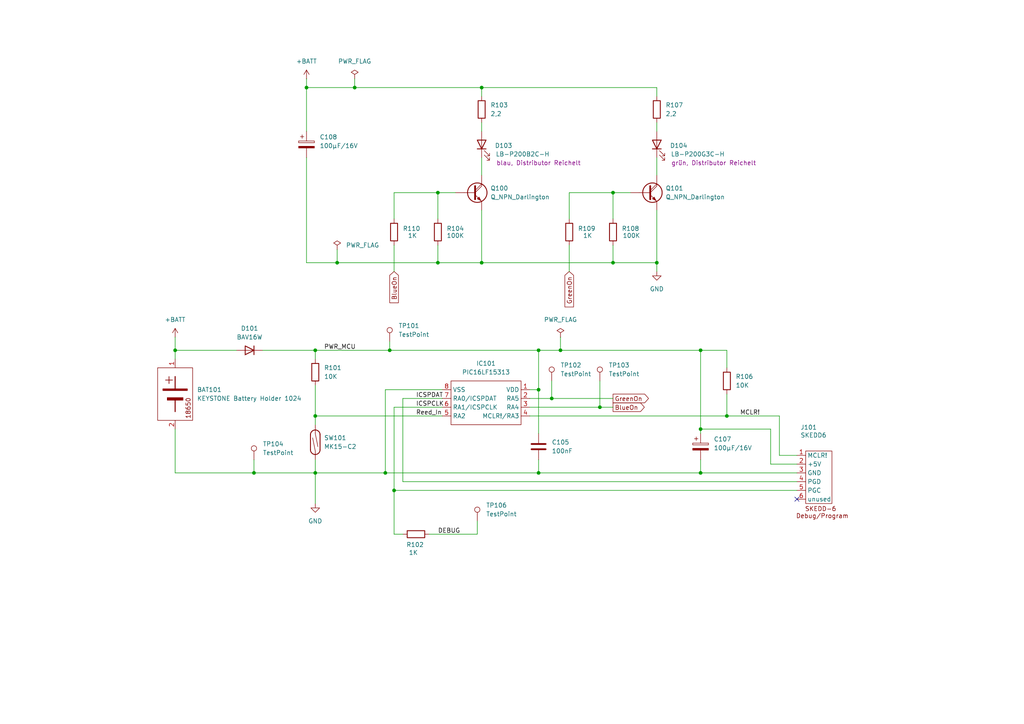
<source format=kicad_sch>
(kicad_sch (version 20250114) (generator "eeschema") (generator_version "9.0")
  (paper "A4")
  (title_block (title "LED Flasher") (date "2024-09-27") (rev "0.0.1") (company "Ingenieurbüro für Elektrotechnik") (comment 1 "Dipl.-Ing. Jürgen Eggeling"))
  (lib_symbols
    (symbol "Connector:TestPoint" (pin_numbers (hide yes)) (pin_names (offset 0.762) (hide yes))
      (property "Reference" "TP" (at 0 6.858 0))
      (property "Value" "TestPoint" (at 0 5.08 0))
      (symbol "TestPoint_0_1"
        (circle (center 0 3.302) (radius 0.762))
      )
      (symbol "TestPoint_1_1"
        (pin passive line (at 0 0 90) (length 2.54) (name "1") (number "1"))
      )
    )
    (symbol "Device:C" (pin_numbers (hide yes)) (pin_names (offset 0.254))
      (property "Reference" "C" (at 0.635 2.54 0))
      (property "Value" "C" (at 0.635 -2.54 0))
      (symbol "C_0_1"
        (polyline (pts (xy -2.032 0.762) (xy 2.032 0.762)) (stroke (width 0.508)))
        (polyline (pts (xy -2.032 -0.762) (xy 2.032 -0.762)) (stroke (width 0.508)))
      )
      (symbol "C_1_1"
        (pin passive line (at 0 3.81 270) (length 2.794) (name "~") (number "1"))
        (pin passive line (at 0 -3.81 90) (length 2.794) (name "~") (number "2"))
      )
    )
    (symbol "Device:C_Polarized" (pin_numbers (hide yes)) (pin_names (offset 0.254))
      (property "Reference" "C" (at 0.635 2.54 0))
      (property "Value" "C_Polarized" (at 0.635 -2.54 0))
      (symbol "C_Polarized_0_1"
        (rectangle (start -2.286 0.508) (end 2.286 1.016))
        (polyline (pts (xy -1.778 2.286) (xy -0.762 2.286)))
        (polyline (pts (xy -1.27 2.794) (xy -1.27 1.778)))
        (rectangle (start 2.286 -0.508) (end -2.286 -1.016) (fill (type outline)))
      )
      (symbol "C_Polarized_1_1"
        (pin passive line (at 0 3.81 270) (length 2.794) (name "~") (number "1"))
        (pin passive line (at 0 -3.81 90) (length 2.794) (name "~") (number "2"))
      )
    )
    (symbol "Device:Q_NPN_Darlington" (pin_numbers (hide yes)) (pin_names (offset 0) (hide yes))
      (property "Reference" "Q100" (at 5.08 1.2701 0))
      (property "Value" "Q_NPN_Darlington" (at 5.08 -1.2699 0))
      (symbol "Q_NPN_Darlington_0_1"
        (polyline (pts (xy -2.54 0) (xy 0.635 0)))
        (polyline (pts (xy 0.635 1.905) (xy 0.635 -1.905)) (stroke (width 0.508)))
        (polyline (pts (xy 0.635 0.635) (xy 2.54 2.54)))
        (polyline (pts (xy 0.635 0) (xy 2.54 1.905) (xy 2.54 2.54)))
        (polyline (pts (xy 0.635 -0.635) (xy 2.54 -2.54)))
        (circle (center 1.27 0) (radius 2.8194) (stroke (width 0.254)))
        (polyline (pts (xy 1.27 -1.778) (xy 1.778 -1.27) (xy 2.286 -2.286) (xy 1.27 -1.778)) (fill (type outline)))
      )
      (symbol "Q_NPN_Darlington_1_1"
        (pin input line (at -5.08 0 0) (length 2.54) (name "B") (number "1"))
        (pin passive line (at 2.54 5.08 270) (length 2.54) (name "C") (number "2"))
        (pin passive line (at 2.54 -5.08 90) (length 2.54) (name "E") (number "3"))
      )
    )
    (symbol "Device:R" (pin_numbers (hide yes)) (pin_names (offset 0))
      (property "Reference" "R" (at 2.032 0 90))
      (property "Value" "R" (at 0 0 90))
      (symbol "R_0_1"
        (rectangle (start -1.016 -2.54) (end 1.016 2.54) (stroke (width 0.254)))
      )
      (symbol "R_1_1"
        (pin passive line (at 0 3.81 270) (length 1.27) (name "~") (number "1"))
        (pin passive line (at 0 -3.81 90) (length 1.27) (name "~") (number "2"))
      )
    )
    (symbol "Diode:BAV16W" (pin_numbers (hide yes)) (pin_names (hide yes))
      (property "Reference" "D" (at 0 2.54 0))
      (property "Value" "BAV16W" (at 0 -2.54 0))
      (symbol "BAV16W_0_1"
        (polyline (pts (xy -1.27 1.27) (xy -1.27 -1.27)) (stroke (width 0.254)))
        (polyline (pts (xy 1.27 1.27) (xy 1.27 -1.27) (xy -1.27 0) (xy 1.27 1.27)) (stroke (width 0.254)))
        (polyline (pts (xy 1.27 0) (xy -1.27 0)))
      )
      (symbol "BAV16W_1_1"
        (pin passive line (at -3.81 0 0) (length 2.54) (name "K") (number "1"))
        (pin passive line (at 3.81 0 180) (length 2.54) (name "A") (number "2"))
      )
    )
    (symbol "LED_1" (pin_numbers (hide yes)) (pin_names (offset 1.016) (hide yes))
      (property "Reference" "D" (at 0 2.54 0))
      (property "Value" "LED" (at 0 -2.54 0))
      (symbol "LED_1_0_1"
        (polyline (pts (xy -3.048 -0.762) (xy -4.572 -2.286) (xy -3.81 -2.286) (xy -4.572 -2.286) (xy -4.572 -1.524)))
        (polyline (pts (xy -1.778 -0.762) (xy -3.302 -2.286) (xy -2.54 -2.286) (xy -3.302 -2.286) (xy -3.302 -1.524)))
        (polyline (pts (xy -1.27 0) (xy 1.27 0)))
        (polyline (pts (xy -1.27 -1.27) (xy -1.27 1.27)) (stroke (width 0.254)))
        (polyline (pts (xy 1.27 -1.27) (xy 1.27 1.27) (xy -1.27 0) (xy 1.27 -1.27)) (stroke (width 0.254)))
      )
      (symbol "LED_1_1_1"
        (pin passive line (at -3.81 0 0) (length 2.54) (name "K") (number "1"))
        (pin passive line (at 3.81 0 180) (length 2.54) (name "A") (number "2"))
      )
    )
    (symbol "MyPIC:PIC16LF15313"
      (property "Reference" "IC" (at -9.398 10.922 0))
      (property "Value" "PIC16LF15313" (at -3.556 8.382 0))
      (symbol "PIC16LF15313_0_1"
        (rectangle (start -10.16 6.35) (end 10.16 -6.35))
      )
      (symbol "PIC16LF15313_1_1"
        (pin power_in line (at -12.7 3.81 0) (length 2.54) (name "VDD") (number "1"))
        (pin bidirectional line (at -12.7 1.27 0) (length 2.54) (name "RA5") (number "2"))
        (pin bidirectional line (at -12.7 -1.27 0) (length 2.54) (name "RA4") (number "3"))
        (pin bidirectional line (at -12.7 -3.81 0) (length 2.54) (name "MCLR!/RA3") (number "4"))
        (pin power_in line (at 12.7 3.81 180) (length 2.54) (name "VSS") (number "8"))
        (pin bidirectional line (at 12.7 1.27 180) (length 2.54) (name "RA0/ICSPDAT") (number "7"))
        (pin bidirectional line (at 12.7 -1.27 180) (length 2.54) (name "RA1/ICSPCLK") (number "6"))
        (pin bidirectional line (at 12.7 -3.81 180) (length 2.54) (name "RA2") (number "5"))
      )
    )
    (symbol "MyPower:KEYSTONE_1042" (pin_names (hide yes))
      (property "Reference" "BAT" (at 4.064 11.938 0))
      (property "Value" "KEYSTONE Battery Holder 1042" (at 12.192 -10.16 90))
      (symbol "KEYSTONE_1042_0_1"
        (rectangle (start -5.08 7.62) (end 5.08 -7.62))
        (rectangle (start -3.556 1.524) (end 3.556 1.016) (fill (type outline)))
        (polyline (pts (xy -2.794 4.064) (xy -0.762 4.064)) (stroke (width 0.2)))
        (rectangle (start -2.286 -1.016) (end 2.286 -1.778) (fill (type outline)))
        (polyline (pts (xy -1.778 5.08) (xy -1.778 3.048)) (stroke (width 0.2)))
        (polyline (pts (xy 0 5.08) (xy 0 1.27)) (stroke (width 0.3)))
        (polyline (pts (xy 0 -5.08) (xy 0 -1.27)) (stroke (width 0.3)))
      )
      (symbol "KEYSTONE_1042_1_1"
        (text "18650" (at 3.81 -4.064 900) (effects (font (size 1.27 1.27))))
        (pin power_in line (at 0 10.16 270) (length 2.54) (name "+") (number "1"))
        (pin power_in line (at 0 -10.16 90) (length 2.54) (name "-") (number "2"))
      )
    )
    (symbol "Q_NPN_Darlington_1" (pin_numbers (hide yes)) (pin_names (offset 0) (hide yes))
      (property "Reference" "Q101" (at 5.08 1.2701 0))
      (property "Value" "Q_NPN_Darlington" (at 5.08 -1.2699 0))
      (symbol "Q_NPN_Darlington_1_0_1"
        (polyline (pts (xy -2.54 0) (xy 0.635 0)))
        (polyline (pts (xy 0.635 1.905) (xy 0.635 -1.905)) (stroke (width 0.508)))
        (polyline (pts (xy 0.635 0.635) (xy 2.54 2.54)))
        (polyline (pts (xy 0.635 0) (xy 2.54 1.905) (xy 2.54 2.54)))
        (polyline (pts (xy 0.635 -0.635) (xy 2.54 -2.54)))
        (circle (center 1.27 0) (radius 2.8194) (stroke (width 0.254)))
        (polyline (pts (xy 1.27 -1.778) (xy 1.778 -1.27) (xy 2.286 -2.286) (xy 1.27 -1.778)) (fill (type outline)))
      )
      (symbol "Q_NPN_Darlington_1_1_1"
        (pin input line (at -5.08 0 0) (length 2.54) (name "B") (number "1"))
        (pin passive line (at 2.54 5.08 270) (length 2.54) (name "C") (number "2"))
        (pin passive line (at 2.54 -5.08 90) (length 2.54) (name "E") (number "3"))
      )
    )
    (symbol "SKEDD:SKEDD-6"
      (property "Reference" "J" (at 3.302 4.064 0))
      (symbol "SKEDD-6_0_1"
        (rectangle (start 2.54 1.27) (end 10.16 -13.97))
      )
      (symbol "SKEDD-6_1_1"
        (text "SKEDD-6 \nDebug/Program" (at 7.366 -16.51 0) (effects (font (size 1.27 1.27))))
        (pin bidirectional line (at 0 0 0) (length 2.54) (name "MCLR!") (number "1"))
        (pin power_in line (at 0 -2.54 0) (length 2.54) (name "+5V") (number "2"))
        (pin power_in line (at 0 -5.08 0) (length 2.54) (name "GND") (number "3"))
        (pin bidirectional line (at 0 -7.62 0) (length 2.54) (name "PGD") (number "4"))
        (pin input line (at 0 -10.16 0) (length 2.54) (name "PGC") (number "5"))
        (pin unspecified line (at 0 -12.7 0) (length 2.54) (name "unused") (number "6"))
      )
    )
    (symbol "Switch:SW_Reed" (pin_numbers (hide yes)) (pin_names (offset 0) (hide yes))
      (property "Reference" "SW" (at 0 2.54 0))
      (property "Value" "SW_Reed" (at 0 -2.54 0))
      (symbol "SW_Reed_0_0"
        (polyline (pts (xy -2.54 0) (xy 1.27 0.762)))
        (polyline (pts (xy -2.159 -1.397) (xy 2.286 -1.397)) (stroke (width 0.254)))
        (arc (start -2.159 -1.397) (mid -3.55 0) (end -2.159 1.397) (stroke (width 0.254)))
        (arc (start 2.159 1.397) (mid 3.55 0) (end 2.159 -1.397) (stroke (width 0.254)))
        (polyline (pts (xy 2.159 1.397) (xy -2.159 1.397)) (stroke (width 0.254)))
        (polyline (pts (xy 2.54 0) (xy -1.27 -0.762)))
      )
      (symbol "SW_Reed_1_1"
        (pin passive line (at -5.08 0 0) (length 2.54) (name "1") (number "1"))
        (pin passive line (at 5.08 0 180) (length 2.54) (name "2") (number "2"))
      )
    )
    (symbol "power:+BATT" (power) (pin_numbers (hide yes)) (pin_names (offset 0) (hide yes))
      (property "Value" "+BATT" (at 0 3.556 0))
      (symbol "+BATT_0_1"
        (polyline (pts (xy -0.762 1.27) (xy 0 2.54)))
        (polyline (pts (xy 0 2.54) (xy 0.762 1.27)))
        (polyline (pts (xy 0 0) (xy 0 2.54)))
      )
      (symbol "+BATT_1_1"
        (pin power_in line (at 0 0 90) (length 0) (name "~") (number "1"))
      )
    )
    (symbol "power:GND" (power) (pin_numbers (hide yes)) (pin_names (offset 0) (hide yes))
      (property "Value" "GND" (at 0 -3.81 0))
      (symbol "GND_0_1"
        (polyline (pts (xy 0 0) (xy 0 -1.27) (xy 1.27 -1.27) (xy 0 -2.54) (xy -1.27 -1.27) (xy 0 -1.27)))
      )
      (symbol "GND_1_1"
        (pin power_in line (at 0 0 270) (length 0) (name "~") (number "1"))
      )
    )
    (symbol "power:PWR_FLAG" (power) (pin_numbers (hide yes)) (pin_names (offset 0) (hide yes))
      (property "Value" "PWR_FLAG" (at 0 3.81 0))
      (symbol "PWR_FLAG_0_0"
        (pin power_out line (at 0 0 90) (length 0) (name "~") (number "1"))
      )
      (symbol "PWR_FLAG_0_1"
        (polyline (pts (xy 0 0) (xy 0 1.27) (xy -1.016 1.905) (xy 0 2.54) (xy 1.016 1.905) (xy 0 1.27)))
      )
    )
  )
  (junction (at 88.9 25.4))
  (junction (at 113.03 101.6))
  (junction (at 127 55.88))
  (junction (at 160.02 115.57))
  (junction (at 111.76 137.16))
  (junction (at 139.7 76.2))
  (junction (at 50.8 101.6))
  (junction (at 203.2 137.16))
  (junction (at 114.3 142.24))
  (junction (at 127 76.2))
  (junction (at 156.21 101.6))
  (junction (at 177.8 55.88))
  (junction (at 73.66 137.16))
  (junction (at 91.44 101.6))
  (junction (at 139.7 25.4))
  (junction (at 190.5 76.2))
  (junction (at 91.44 120.65))
  (junction (at 210.82 120.65))
  (junction (at 203.2 101.6))
  (junction (at 91.44 137.16))
  (junction (at 203.2 124.46))
  (junction (at 173.99 118.11))
  (junction (at 102.87 25.4))
  (junction (at 162.56 101.6))
  (junction (at 177.8 76.2))
  (junction (at 156.21 137.16))
  (junction (at 97.79 76.2))
  (junction (at 156.21 113.03))
  (no_connect (at 231.14 144.78))
  (wire (pts (xy 91.44 137.16) (xy 91.44 146.05)))
  (wire (pts (xy 128.27 113.03) (xy 111.76 113.03)))
  (wire (pts (xy 91.44 133.35) (xy 91.44 137.16)))
  (wire (pts (xy 156.21 133.35) (xy 156.21 137.16)))
  (wire (pts (xy 139.7 35.56) (xy 139.7 38.1)))
  (wire (pts (xy 226.06 120.65) (xy 226.06 132.08)))
  (wire (pts (xy 111.76 113.03) (xy 111.76 137.16)))
  (wire (pts (xy 203.2 124.46) (xy 203.2 125.73)))
  (wire (pts (xy 190.5 76.2) (xy 190.5 78.74)))
  (wire (pts (xy 114.3 142.24) (xy 231.14 142.24)))
  (wire (pts (xy 223.52 124.46) (xy 203.2 124.46)))
  (wire (pts (xy 102.87 22.86) (xy 102.87 25.4)))
  (wire (pts (xy 114.3 142.24) (xy 114.3 118.11)))
  (wire (pts (xy 153.67 115.57) (xy 160.02 115.57)))
  (wire (pts (xy 165.1 71.12) (xy 165.1 78.74)))
  (wire (pts (xy 156.21 113.03) (xy 156.21 125.73)))
  (wire (pts (xy 50.8 124.46) (xy 50.8 137.16)))
  (wire (pts (xy 190.5 35.56) (xy 190.5 38.1)))
  (wire (pts (xy 156.21 101.6) (xy 113.03 101.6)))
  (wire (pts (xy 88.9 25.4) (xy 88.9 38.1)))
  (wire (pts (xy 160.02 115.57) (xy 177.8 115.57)))
  (wire (pts (xy 127 55.88) (xy 127 63.5)))
  (wire (pts (xy 102.87 25.4) (xy 88.9 25.4)))
  (wire (pts (xy 139.7 76.2) (xy 127 76.2)))
  (wire (pts (xy 190.5 45.72) (xy 190.5 50.8)))
  (wire (pts (xy 139.7 60.96) (xy 139.7 76.2)))
  (wire (pts (xy 210.82 101.6) (xy 210.82 106.68)))
  (wire (pts (xy 153.67 120.65) (xy 210.82 120.65)))
  (wire (pts (xy 153.67 118.11) (xy 173.99 118.11)))
  (wire (pts (xy 177.8 55.88) (xy 177.8 63.5)))
  (wire (pts (xy 91.44 137.16) (xy 111.76 137.16)))
  (wire (pts (xy 91.44 101.6) (xy 91.44 104.14)))
  (wire (pts (xy 114.3 142.24) (xy 114.3 154.94)))
  (wire (pts (xy 88.9 45.72) (xy 88.9 76.2)))
  (wire (pts (xy 113.03 101.6) (xy 91.44 101.6)))
  (wire (pts (xy 162.56 97.79) (xy 162.56 101.6)))
  (wire (pts (xy 226.06 132.08) (xy 231.14 132.08)))
  (wire (pts (xy 165.1 55.88) (xy 165.1 63.5)))
  (wire (pts (xy 182.88 55.88) (xy 177.8 55.88)))
  (wire (pts (xy 97.79 76.2) (xy 127 76.2)))
  (wire (pts (xy 173.99 118.11) (xy 177.8 118.11)))
  (wire (pts (xy 190.5 25.4) (xy 190.5 27.94)))
  (wire (pts (xy 116.84 115.57) (xy 116.84 139.7)))
  (wire (pts (xy 97.79 72.39) (xy 97.79 76.2)))
  (wire (pts (xy 127 55.88) (xy 114.3 55.88)))
  (wire (pts (xy 127 76.2) (xy 127 71.12)))
  (wire (pts (xy 139.7 27.94) (xy 139.7 25.4)))
  (wire (pts (xy 153.67 113.03) (xy 156.21 113.03)))
  (wire (pts (xy 177.8 76.2) (xy 139.7 76.2)))
  (wire (pts (xy 160.02 110.49) (xy 160.02 115.57)))
  (wire (pts (xy 177.8 55.88) (xy 165.1 55.88)))
  (wire (pts (xy 73.66 133.35) (xy 73.66 137.16)))
  (wire (pts (xy 203.2 101.6) (xy 210.82 101.6)))
  (wire (pts (xy 190.5 76.2) (xy 177.8 76.2)))
  (wire (pts (xy 162.56 101.6) (xy 203.2 101.6)))
  (wire (pts (xy 139.7 25.4) (xy 190.5 25.4)))
  (wire (pts (xy 114.3 71.12) (xy 114.3 78.74)))
  (wire (pts (xy 177.8 71.12) (xy 177.8 76.2)))
  (wire (pts (xy 203.2 124.46) (xy 203.2 101.6)))
  (wire (pts (xy 50.8 101.6) (xy 50.8 104.14)))
  (wire (pts (xy 76.2 101.6) (xy 91.44 101.6)))
  (wire (pts (xy 91.44 111.76) (xy 91.44 120.65)))
  (wire (pts (xy 91.44 120.65) (xy 128.27 120.65)))
  (wire (pts (xy 190.5 60.96) (xy 190.5 76.2)))
  (wire (pts (xy 156.21 137.16) (xy 203.2 137.16)))
  (wire (pts (xy 128.27 115.57) (xy 116.84 115.57)))
  (wire (pts (xy 116.84 139.7) (xy 231.14 139.7)))
  (wire (pts (xy 210.82 120.65) (xy 226.06 120.65)))
  (wire (pts (xy 68.58 101.6) (xy 50.8 101.6)))
  (wire (pts (xy 132.08 55.88) (xy 127 55.88)))
  (wire (pts (xy 114.3 55.88) (xy 114.3 63.5)))
  (wire (pts (xy 210.82 114.3) (xy 210.82 120.65)))
  (wire (pts (xy 124.46 154.94) (xy 138.43 154.94)))
  (wire (pts (xy 139.7 45.72) (xy 139.7 50.8)))
  (wire (pts (xy 223.52 134.62) (xy 223.52 124.46)))
  (wire (pts (xy 231.14 134.62) (xy 223.52 134.62)))
  (wire (pts (xy 203.2 137.16) (xy 231.14 137.16)))
  (wire (pts (xy 203.2 133.35) (xy 203.2 137.16)))
  (wire (pts (xy 73.66 137.16) (xy 50.8 137.16)))
  (wire (pts (xy 173.99 110.49) (xy 173.99 118.11)))
  (wire (pts (xy 113.03 99.06) (xy 113.03 101.6)))
  (wire (pts (xy 156.21 101.6) (xy 162.56 101.6)))
  (wire (pts (xy 88.9 76.2) (xy 97.79 76.2)))
  (wire (pts (xy 50.8 97.79) (xy 50.8 101.6)))
  (wire (pts (xy 111.76 137.16) (xy 156.21 137.16)))
  (wire (pts (xy 138.43 151.13) (xy 138.43 154.94)))
  (wire (pts (xy 102.87 25.4) (xy 139.7 25.4)))
  (wire (pts (xy 91.44 137.16) (xy 73.66 137.16)))
  (wire (pts (xy 114.3 118.11) (xy 128.27 118.11)))
  (wire (pts (xy 156.21 113.03) (xy 156.21 101.6)))
  (wire (pts (xy 91.44 120.65) (xy 91.44 123.19)))
  (wire (pts (xy 114.3 154.94) (xy 116.84 154.94)))
  (wire (pts (xy 88.9 22.86) (xy 88.9 25.4)))
  (label "ICSPCLK" (at 120.65 118.11 0))
  (label "Reed_In" (at 120.65 120.65 0))
  (label "ICSPDAT" (at 120.65 115.57 0))
  (label "PWR_MCU" (at 93.98 101.6 0))
  (label "MCLR!" (at 214.63 120.65 0))
  (label "DEBUG" (at 127 154.94 0))
  (global_label "BlueOn" (shape input) (at 114.3 78.74 270) (property "Intersheetrefs" "${INTERSHEET_REFS}" (effects (hide yes))))
  (global_label "GreenOn" (shape input) (at 165.1 78.74 270) (property "Intersheetrefs" "${INTERSHEET_REFS}" (effects (hide yes))))
  (global_label "GreenOn" (shape output) (at 177.8 115.57 0) (property "Intersheetrefs" "${INTERSHEET_REFS}" (effects (hide yes))))
  (global_label "BlueOn" (shape output) (at 177.8 118.11 0) (property "Intersheetrefs" "${INTERSHEET_REFS}" (effects (hide yes))))
  (symbol (lib_id "power:PWR_FLAG") (at 97.79 72.39 0) (unit 1)
    (property "Reference" "#FLG0101" (effects (hide yes)))
    (property "Value" "PWR_FLAG" (at 100.33 71.1199 0) (effects (justify left)))
    (property "Description" "Special symbol for telling ERC where power comes from" (effects (hide yes)))
  )
  (symbol (lib_id "Device:R") (at 120.65 154.94 90) (unit 1)
    (property "Reference" "R102" (at 120.396 157.988 90))
    (property "Value" "1K" (at 119.888 160.274 90))
    (property "Footprint" "Resistor_SMD:R_0805_2012Metric_Pad1.20x1.40mm_HandSolder" (effects (hide yes)))
    (property "Description" "Resistor" (effects (hide yes)))
  )
  (symbol (lib_id "Device:R") (at 210.82 110.49 0) (unit 1)
    (property "Reference" "R106" (at 213.36 109.2199 0) (effects (justify left)))
    (property "Value" "10K" (at 213.36 111.7599 0) (effects (justify left)))
    (property "Footprint" "Resistor_SMD:R_0805_2012Metric_Pad1.20x1.40mm_HandSolder" (effects (hide yes)))
    (property "Description" "Resistor" (effects (hide yes)))
  )
  (symbol (lib_id "Device:C_Polarized") (at 88.9 41.91 0) (unit 1)
    (property "Reference" "C108" (at 92.71 39.7509 0) (effects (justify left)))
    (property "Value" "100µF/16V" (at 92.71 42.2909 0) (effects (justify left)))
    (property "Footprint" "Capacitor_SMD:CP_Elec_6.3x5.8" (effects (hide yes)))
    (property "Description" "Polarized capacitor" (effects (hide yes)))
  )
  (symbol (lib_id "Device:R") (at 190.5 31.75 0) (unit 1)
    (property "Reference" "R107" (at 193.04 30.4799 0) (effects (justify left)))
    (property "Value" "2,2" (at 193.04 33.0199 0) (effects (justify left)))
    (property "Footprint" "Resistor_SMD:R_1206_3216Metric_Pad1.30x1.75mm_HandSolder" (effects (hide yes)))
    (property "Description" "Resistor" (effects (hide yes)))
  )
  (symbol (lib_id "power:+BATT") (at 88.9 22.86 0) (unit 1)
    (property "Reference" "#PWR0101" (effects (hide yes)))
    (property "Value" "+BATT" (at 88.9 17.78 0))
    (property "Description" "Power symbol creates a global label with name \"+BATT\"" (effects (hide yes)))
  )
  (symbol (lib_id "Connector:TestPoint") (at 173.99 110.49 0) (unit 1)
    (property "Reference" "TP103" (at 176.53 105.9179 0) (effects (justify left)))
    (property "Value" "TestPoint" (at 176.53 108.4579 0) (effects (justify left)))
    (property "Footprint" "TestPoint:TestPoint_Pad_D1.5mm" (effects (hide yes)))
    (property "Description" "test point" (effects (hide yes)))
  )
  (symbol (lib_id "MyPIC:PIC16LF15313") (at 140.97 116.84 0) (mirror y) (unit 1)
    (property "Reference" "IC101" (at 140.97 105.41 0))
    (property "Value" "PIC16LF15313" (at 140.97 107.95 0))
    (property "Footprint" "Package_SO:SSOP-8_3.9x5.05mm_P1.27mm" (effects (hide yes)))
  )
  (symbol (lib_id "Connector:TestPoint") (at 113.03 99.06 0) (unit 1)
    (property "Reference" "TP101" (at 115.57 94.4879 0) (effects (justify left)))
    (property "Value" "TestPoint" (at 115.57 97.0279 0) (effects (justify left)))
    (property "Footprint" "TestPoint:TestPoint_Pad_D1.5mm" (effects (hide yes)))
    (property "Description" "test point" (effects (hide yes)))
  )
  (symbol (lib_id "Device:C") (at 156.21 129.54 0) (unit 1)
    (property "Reference" "C105" (at 160.02 128.2699 0) (effects (justify left)))
    (property "Value" "100nF" (at 160.02 130.8099 0) (effects (justify left)))
    (property "Footprint" "Capacitor_SMD:C_0805_2012Metric_Pad1.18x1.45mm_HandSolder" (effects (hide yes)))
    (property "Description" "Unpolarized capacitor" (effects (hide yes)))
  )
  (symbol (lib_id "Device:R") (at 165.1 67.31 0) (unit 1)
    (property "Reference" "R109" (at 170.18 66.294 0))
    (property "Value" "1K" (at 170.434 68.326 0))
    (property "Footprint" "Resistor_SMD:R_0805_2012Metric_Pad1.20x1.40mm_HandSolder" (effects (hide yes)))
    (property "Description" "Resistor" (effects (hide yes)))
  )
  (symbol (lib_id "Device:R") (at 91.44 107.95 0) (unit 1)
    (property "Reference" "R101" (at 93.98 106.6799 0) (effects (justify left)))
    (property "Value" "10K" (at 93.98 109.2199 0) (effects (justify left)))
    (property "Footprint" "Resistor_SMD:R_0805_2012Metric_Pad1.20x1.40mm_HandSolder" (effects (hide yes)))
    (property "Description" "Resistor" (effects (hide yes)))
  )
  (symbol (lib_id "Device:R") (at 114.3 67.31 0) (unit 1)
    (property "Reference" "R110" (at 119.38 66.294 0))
    (property "Value" "1K" (at 119.634 68.326 0))
    (property "Footprint" "Resistor_SMD:R_0805_2012Metric_Pad1.20x1.40mm_HandSolder" (effects (hide yes)))
    (property "Description" "Resistor" (effects (hide yes)))
  )
  (symbol (lib_id "Device:R") (at 139.7 31.75 0) (unit 1)
    (property "Reference" "R103" (at 142.24 30.4799 0) (effects (justify left)))
    (property "Value" "2,2" (at 142.24 33.0199 0) (effects (justify left)))
    (property "Footprint" "Resistor_SMD:R_1206_3216Metric_Pad1.30x1.75mm_HandSolder" (effects (hide yes)))
    (property "Description" "Resistor" (effects (hide yes)))
  )
  (symbol (lib_id "Connector:TestPoint") (at 160.02 110.49 0) (unit 1)
    (property "Reference" "TP102" (at 162.56 105.9179 0) (effects (justify left)))
    (property "Value" "TestPoint" (at 162.56 108.4579 0) (effects (justify left)))
    (property "Footprint" "TestPoint:TestPoint_Pad_D1.5mm" (effects (hide yes)))
    (property "Description" "test point" (effects (hide yes)))
  )
  (symbol (lib_id "Device:R") (at 127 67.31 0) (unit 1)
    (property "Reference" "R104" (at 132.08 66.294 0))
    (property "Value" "100K" (at 132.08 68.326 0))
    (property "Footprint" "Resistor_SMD:R_0805_2012Metric_Pad1.20x1.40mm_HandSolder" (effects (hide yes)))
    (property "Description" "Resistor" (effects (hide yes)))
  )
  (symbol (lib_id "Connector:TestPoint") (at 73.66 133.35 0) (unit 1)
    (property "Reference" "TP104" (at 76.2 128.7779 0) (effects (justify left)))
    (property "Value" "TestPoint" (at 76.2 131.3179 0) (effects (justify left)))
    (property "Footprint" "TestPoint:TestPoint_Pad_D1.5mm" (effects (hide yes)))
    (property "Description" "test point" (effects (hide yes)))
  )
  (symbol (lib_id "Diode:BAV16W") (at 72.39 101.6 180) (unit 1)
    (property "Reference" "D101" (at 72.39 95.25 0))
    (property "Value" "BAV16W" (at 72.39 97.79 0))
    (property "Footprint" "Diode_SMD:D_SOD-123" (effects (hide yes)))
    (property "Datasheet" "https://www.diodes.com/assets/Datasheets/ds30086.pdf" (effects (hide yes)))
    (property "Description" "75V 0.15A Fast Switching Diode, SOD-123" (effects (hide yes)))
    (property "Sim.Device" "D" (effects (hide yes)))
    (property "Sim.Pins" "1=K 2=A" (effects (hide yes)))
  )
  (symbol (lib_id "power:GND") (at 190.5 78.74 0) (unit 1)
    (property "Reference" "#PWR0104" (effects (hide yes)))
    (property "Value" "GND" (at 190.5 83.82 0))
    (property "Description" "Power symbol creates a global label with name \"GND\" , ground" (effects (hide yes)))
  )
  (symbol (lib_id "SKEDD:SKEDD-6") (at 231.14 132.08 0) (unit 1)
    (property "Reference" "J101" (at 232.156 123.952 0) (effects (justify left)))
    (property "Value" "SKEDD6" (at 232.156 126.238 0) (effects (justify left)))
    (property "Footprint" "MySkedd:SKEDD-6" (effects (hide yes)))
  )
  (symbol (lib_name "LED_1") (lib_id "Device:LED") (at 139.7 41.91 90) (unit 1)
    (property "Reference" "D103" (at 143.51 42.2274 90) (effects (justify right)))
    (property "Value" "LB-P200B2C-H" (at 143.764 44.704 90) (effects (justify right)))
    (property "Footprint" "MyLED:LPB200XX" (effects (hide yes)))
    (property "Description" "Light emitting diode" (effects (hide yes)))
    (property "Supplier1" "blau, Distributor Reichelt" (at 156.21 47.244 90))
    (property "Sim.Pins" "1=K 2=A" (effects (hide yes)))
  )
  (symbol (lib_id "Device:R") (at 177.8 67.31 0) (unit 1)
    (property "Reference" "R108" (at 182.88 66.294 0))
    (property "Value" "100K" (at 183.134 68.326 0))
    (property "Footprint" "Resistor_SMD:R_0805_2012Metric_Pad1.20x1.40mm_HandSolder" (effects (hide yes)))
    (property "Description" "Resistor" (effects (hide yes)))
  )
  (symbol (lib_id "power:PWR_FLAG") (at 102.87 22.86 0) (unit 1)
    (property "Reference" "#FLG0102" (effects (hide yes)))
    (property "Value" "PWR_FLAG" (at 102.87 17.78 0))
    (property "Description" "Special symbol for telling ERC where power comes from" (effects (hide yes)))
  )
  (symbol (lib_id "Device:C_Polarized") (at 203.2 129.54 0) (unit 1)
    (property "Reference" "C107" (at 207.01 127.3809 0) (effects (justify left)))
    (property "Value" "100µF/16V" (at 207.01 129.9209 0) (effects (justify left)))
    (property "Footprint" "Capacitor_SMD:CP_Elec_6.3x5.8" (effects (hide yes)))
    (property "Description" "Polarized capacitor" (effects (hide yes)))
  )
  (symbol (lib_id "power:GND") (at 91.44 146.05 0) (unit 1)
    (property "Reference" "#PWR0103" (effects (hide yes)))
    (property "Value" "GND" (at 91.44 151.13 0))
    (property "Description" "Power symbol creates a global label with name \"GND\" , ground" (effects (hide yes)))
  )
  (symbol (lib_id "Device:Q_NPN_Darlington") (at 137.16 55.88 0) (unit 1)
    (property "Reference" "Q100" (at 142.24 54.6099 0) (effects (justify left)))
    (property "Value" "Q_NPN_Darlington" (at 142.24 57.1499 0) (effects (justify left)))
    (property "Footprint" "Package_TO_SOT_SMD:SOT-89-3_Handsoldering" (effects (hide yes)))
    (property "Description" "NPN Darlington  bipolar junction transistor" (effects (hide yes)))
  )
  (symbol (lib_id "Connector:TestPoint") (at 138.43 151.13 0) (unit 1)
    (property "Reference" "TP106" (at 140.97 146.5579 0) (effects (justify left)))
    (property "Value" "TestPoint" (at 140.97 149.0979 0) (effects (justify left)))
    (property "Footprint" "TestPoint:TestPoint_Pad_D1.5mm" (effects (hide yes)))
    (property "Description" "test point" (effects (hide yes)))
  )
  (symbol (lib_id "MyPower:KEYSTONE_1042") (at 50.8 114.3 0) (unit 1)
    (property "Reference" "BAT101" (at 57.15 113.0299 0) (effects (justify left)))
    (property "Value" "KEYSTONE Battery Holder 1024" (at 57.15 115.5699 0) (effects (justify left)))
    (property "Footprint" "MyPower:KEYSTONE_1024" (effects (hide yes)))
    (property "Description" "Keystone Batteriehalter für 1*18650 Lithium Batterie" (effects (hide yes)))
  )
  (symbol (lib_name "Q_NPN_Darlington_1") (lib_id "Device:Q_NPN_Darlington") (at 187.96 55.88 0) (unit 1)
    (property "Reference" "Q101" (at 193.04 54.6099 0) (effects (justify left)))
    (property "Value" "Q_NPN_Darlington" (at 193.04 57.1499 0) (effects (justify left)))
    (property "Footprint" "Package_TO_SOT_SMD:SOT-89-3_Handsoldering" (effects (hide yes)))
    (property "Description" "NPN Darlington  bipolar junction transistor" (effects (hide yes)))
  )
  (symbol (lib_id "Switch:SW_Reed") (at 91.44 128.27 90) (unit 1)
    (property "Reference" "SW101" (at 93.98 126.9999 90) (effects (justify right)))
    (property "Value" "MK15-C2" (at 93.98 129.5399 90) (effects (justify right)))
    (property "Footprint" "MyReed:Meder MK15-C-2" (effects (hide yes)))
    (property "Description" "reed switch" (effects (hide yes)))
  )
  (symbol (lib_name "LED_1") (lib_id "Device:LED") (at 190.5 41.91 90) (unit 1)
    (property "Reference" "D104" (at 194.31 42.2274 90) (effects (justify right)))
    (property "Value" "LB-P200G3C-H" (at 194.564 44.704 90) (effects (justify right)))
    (property "Footprint" "MyLED:LPB200XX" (effects (hide yes)))
    (property "Description" "Light emitting diode" (effects (hide yes)))
    (property "Supplier1" "grün, Distributor Reichelt" (at 207.01 47.244 90))
    (property "Sim.Pins" "1=K 2=A" (effects (hide yes)))
  )
  (symbol (lib_id "power:PWR_FLAG") (at 162.56 97.79 0) (unit 1)
    (property "Reference" "#FLG0103" (effects (hide yes)))
    (property "Value" "PWR_FLAG" (at 162.56 92.71 0))
    (property "Description" "Special symbol for telling ERC where power comes from" (effects (hide yes)))
  )
  (symbol (lib_id "power:+BATT") (at 50.8 97.79 0) (unit 1)
    (property "Reference" "#PWR0102" (effects (hide yes)))
    (property "Value" "+BATT" (at 50.8 92.71 0))
    (property "Description" "Power symbol creates a global label with name \"+BATT\"" (effects (hide yes)))
  )
)
</source>
